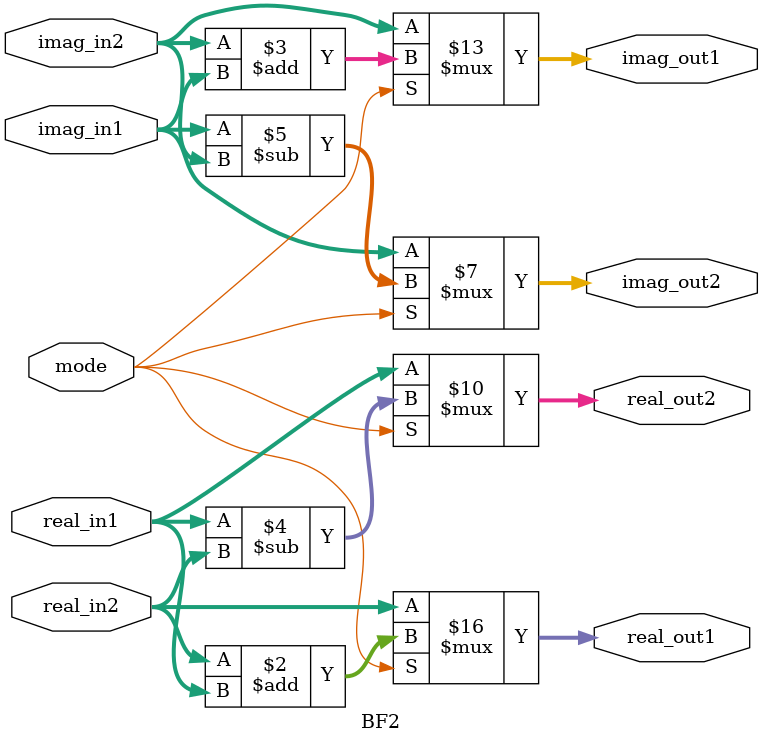
<source format=sv>
module BF2(
input mode,           //0: commutation 1: operation
input signed [31:0]real_in1,
input signed [31:0]imag_in1,
input signed [31:0]real_in2,
input signed [31:0]imag_in2,
output logic signed [31:0]real_out1, 
output logic signed [31:0]imag_out1, 
output logic signed [31:0]real_out2, 
output logic signed [31:0]imag_out2 
);

always_comb
begin
	if(mode) begin //operation
		real_out1 = real_in2 + real_in1;
	    imag_out1 = imag_in2 + imag_in1;
	    real_out2 = real_in1 - real_in2;
	    imag_out2 = imag_in1 - imag_in2;		
	end
	else begin     //commutation
		real_out1 = real_in2 ;
	    imag_out1 = imag_in2 ;
	    real_out2 = real_in1 ;
	    imag_out2 = imag_in1 ;
	end
end


endmodule
</source>
